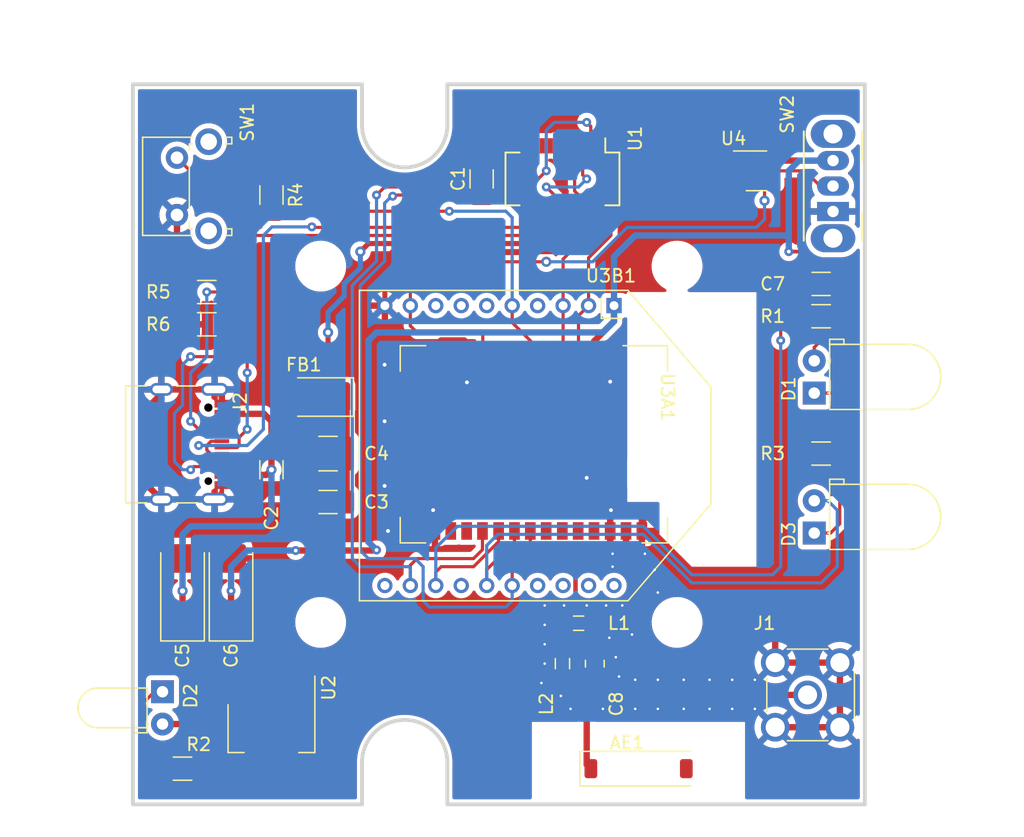
<source format=kicad_pcb>
(kicad_pcb (version 20211014) (generator pcbnew)
  (layers (0 "F.Cu" signal) (31 "B.Cu" signal) (34 "B.Paste" user) (35 "F.Paste" user) (36 "B.SilkS" user "B.Silkscreen") (37 "F.SilkS" user "F.Silkscreen") (38 "B.Mask" user) (39 "F.Mask" user) (44 "Edge.Cuts" user))
  (net 0 "")
  (net 1 "+5V")
  (net 2 "GND")
  (net 3 "VCOM")
  (net 4 "+3.3V")
  (net 5 "Net-(D2-Pad1)")
  (net 6 "Net-(D1-Pad1)")
  (net 7 "/USART_RTS")
  (net 8 "/USART_RXD")
  (net 10 "Net-(D3-Pad1)")
  (net 12 "/USART_CTS")
  (net 14 "/USB_DP")
  (net 15 "/USB_DM")
  (net 16 "Net-(C1-Pad1)")
  (net 21 "/USART_TXD")
  (net 22 "/ASSOCIATE")
  (net 23 "/~{SLEEP}")
  (net 24 "/~{RESET}")
  (net 25 "Net-(SW2-Pad2)")
  (net 26 "/USART_DTR")
  (net 31 "/SLEEP_RQ")
  (net 55 "Net-(J2-PadA5)")
  (net 57 "Net-(J2-PadB5)")
  (net 59 "Net-(AE1-Pad1)")
  (net 61 "Net-(U3A1-Pad33)")
  (footprint "Resistor_SMD:R_1206_3216Metric" (layer "F.Cu") (at 95.885 92.71 90)
    (fp_text reference "R4")
    (fp_text value "10K")
  )
  (footprint "INSA:XBEE-3-TH" (layer "F.Cu") (at 102.795 100.2 -90)
    (fp_text reference "U3B1")
    (fp_text value "XBEE-3-TH")
  )
  (footprint "Resistor_SMD:R_1206_3216Metric" (layer "F.Cu") (at 90.805 102.87)
    (fp_text reference "R6")
    (fp_text value "5.1K")
  )
  (footprint "Button_Switch_THT:SW_CuK_OS102011MA1QN1_SPDT_Angled" (layer "F.Cu") (at 140 94 90)
    (fp_text reference "SW2")
    (fp_text value "SW_SPDT")
  )
  (footprint "Capacitor_Tantalum_SMD:CP_EIA-6032-28_Kemet-C_Pad2.25x2.35mm_HandSolder" (layer "F.Cu") (at 92.71 123.825 90)
    (fp_text reference "C6")
    (fp_text value "10µF")
  )
  (footprint "Capacitor_SMD:C_1206_3216Metric" (layer "F.Cu") (at 112.395 91.44 90)
    (fp_text reference "C1")
    (fp_text value "100nF")
  )
  (footprint "LED_THT:LED_D3.0mm_Horizontal_O1.27mm_Z6.0mm" (layer "F.Cu") (at 87.325 131.75 -90)
    (fp_text reference "D2")
    (fp_text value "LED")
  )
  (footprint "LED_THT:LED_D5.0mm_Horizontal_O1.27mm_Z3.0mm" (layer "F.Cu") (at 138.525 108.275 90)
    (fp_text reference "D1")
    (fp_text value "LED")
  )
  (footprint "Capacitor_SMD:C_1206_3216Metric" (layer "F.Cu") (at 139.065 99.695)
    (fp_text reference "C7")
    (fp_text value "100nF")
  )
  (footprint "INSA:Johanson_2600AT44A0600E" (layer "F.Cu") (at 123.825 137.795)
    (fp_text reference "AE1")
    (fp_text value "2600AT44A0600E ")
  )
  (footprint "Capacitor_SMD:C_1206_3216Metric" (layer "F.Cu") (at 100.33 116.84 180)
    (fp_text reference "C3")
    (fp_text value "100nF")
  )
  (footprint "Inductor_SMD:L_0805_2012Metric" (layer "F.Cu") (at 120.015 126.365)
    (fp_text reference "L1")
    (fp_text value "2.7nH")
  )
  (footprint "Resistor_SMD:R_1206_3216Metric" (layer "F.Cu") (at 139.065 102.235)
    (fp_text reference "R1")
    (fp_text value "1K")
  )
  (footprint "Package_TO_SOT_SMD:SOT-223-3_TabPin2" (layer "F.Cu") (at 95.885 134.62 -90)
    (fp_text reference "U2")
    (fp_text value "NCP1117-3.3_SOT223")
  )
  (footprint "INSA:USB_C_Receptacle_GCT_USB4105" (layer "F.Cu") (at 91.4275 112.305 -90)
    (fp_text reference "J2")
    (fp_text value "USB_C_Receptacle_USB2.0")
  )
  (footprint "Button_Switch_THT:SW_Tactile_SPST_Angled_PTS645Vx83-2LFS" (layer "F.Cu") (at 88.4625 94.275 90)
    (fp_text reference "SW1")
    (fp_text value "SW_Push")
  )
  (footprint "Capacitor_Tantalum_SMD:CP_EIA-6032-28_Kemet-C_Pad2.25x2.35mm_HandSolder" (layer "F.Cu") (at 88.9 123.825 90)
    (fp_text reference "C5")
    (fp_text value "10µF")
  )
  (footprint "Connector_Coaxial:SMA_Molex_73251-2200_Horizontal" (layer "F.Cu") (at 138 132 -90)
    (fp_text reference "J1")
    (fp_text value "Conn_Coaxial")
  )
  (footprint "Resistor_SMD:R_1210_3225Metric" (layer "F.Cu") (at 100.33 113.03)
    (fp_text reference "FB1")
    (fp_text value "MI1210K600R-10")
  )
  (footprint "Package_TO_SOT_SMD:SOT-23-5" (layer "F.Cu") (at 133.985 90.805)
    (fp_text reference "U4")
    (fp_text value "74AHC1G08")
  )
  (footprint "Resistor_SMD:R_1206_3216Metric" (layer "F.Cu") (at 90.805 100.33)
    (fp_text reference "R5")
    (fp_text value "5.1K")
  )
  (footprint "Resistor_SMD:R_1206_3216Metric" (layer "F.Cu") (at 88.9 137.795 180)
    (fp_text reference "R2")
    (fp_text value "1K")
  )
  (footprint "Capacitor_SMD:C_1206_3216Metric" (layer "F.Cu") (at 95.885 114.3 -90)
    (fp_text reference "C2")
    (fp_text value "10nF")
  )
  (footprint "Package_SO:SSOP-20_3.9x8.7mm_P0.635mm" (layer "F.Cu") (at 118.745 91.44 -90)
    (fp_text reference "U1")
    (fp_text value "FT231XS")
  )
  (footprint "Capacitor_Tantalum_SMD:CP_EIA-3528-21_Kemet-B_Pad1.50x2.35mm_HandSolder" (layer "F.Cu") (at 99.695 108.585 180)
    (fp_text reference "C4")
    (fp_text value "2.2µF")
  )
  (footprint "INSA:XBRR-24Z8RM-J" (layer "F.Cu") (at 107 105.55 -90)
    (fp_text reference "U3A1")
    (fp_text value "XBee_RR_MMT")
  )
  (footprint "LED_THT:LED_D5.0mm_Horizontal_O1.27mm_Z3.0mm" (layer "F.Cu") (at 138.525 119.275 90)
    (fp_text reference "D3")
    (fp_text value "LED")
  )
  (footprint "Resistor_SMD:R_1206_3216Metric" (layer "F.Cu") (at 139.065 113.03)
    (fp_text reference "R3")
    (fp_text value "1K")
  )
  (footprint "Inductor_SMD:L_0805_2012Metric" (layer "F.Cu") (at 118.745 129.54 -90)
    (fp_text reference "L2")
    (fp_text value "2.7nH")
  )
  (footprint "Capacitor_SMD:C_0805_2012Metric" (layer "F.Cu") (at 121.285 129.54 -90)
    (fp_text reference "C8")
    (fp_text value "1pf")
  )
  (gr_line (start 142.5 84) (end 109.7 84) (layer "Edge.Cuts") (width 0.3))
  (gr_line (start 85 84) (end 85 140.6) (layer "Edge.Cuts") (width 0.3))
  (gr_arc (start 109.7 87.3) (mid 106.35 90.535057) (end 103 87.3) (layer "Edge.Cuts") (width 0.3))
  (gr_line (start 109.7 84) (end 109.7 87.3) (layer "Edge.Cuts") (width 0.3))
  (gr_line (start 109.7 140.6) (end 142.5 140.6) (layer "Edge.Cuts") (width 0.3))
  (gr_arc (start 103 137.2) (mid 106.35 133.964943) (end 109.7 137.2) (layer "Edge.Cuts") (width 0.3))
  (gr_line (start 103 140.6) (end 103 137.2) (layer "Edge.Cuts") (width 0.3))
  (gr_line (start 142.5 140.6) (end 142.5 84) (layer "Edge.Cuts") (width 0.3))
  (gr_line (start 103 87.3) (end 103 84) (layer "Edge.Cuts") (width 0.3))
  (gr_line (start 109.7 137.2) (end 109.7 140.6) (layer "Edge.Cuts") (width 0.3))
  (gr_line (start 103 84) (end 85 84) (layer "Edge.Cuts") (width 0.3))
  (gr_line (start 85 140.6) (end 103 140.6) (layer "Edge.Cuts") (width 0.3))
  (via (at 127.75 98.3) (size 3.6) (drill 3.2) (layers "F.Cu" "B.Cu") (remove_unused_layers) (net 0))
  (via (at 99.75 126.3) (size 3.6) (drill 3.2) (layers "F.Cu" "B.Cu") (remove_unused_layers) (net 0))
  (via (at 127.75 126.3) (size 3.6) (drill 3.2) (layers "F.Cu" "B.Cu") (remove_unused_layers) (net 0))
  (via (at 99.75 98.3) (size 3.6) (drill 3.2) (layers "F.Cu" "B.Cu") (remove_unused_layers) (net 0))
  (segment (start 118.4275 94.04) (end 118.4275 93.0275) (width 0.25) (layer "F.Cu") (net 1))
  (segment (start 100.33 103.505) (end 100.33 107.595) (width 0.4) (layer "F.Cu") (net 1))
  (segment (start 120.3325 91.1225) (end 120.65 91.44) (width 0.25) (layer "F.Cu") (net 1))
  (segment (start 100.33 107.595) (end 101.32 108.585) (width 0.4) (layer "F.Cu") (net 1))
  (segment (start 118.4275 95.5675) (end 118.4275 94.04) (width 0.4) (layer "F.Cu") (net 1))
  (segment (start 117.475 96.52) (end 118.4275 95.5675) (width 0.4) (layer "F.Cu") (net 1))
  (segment (start 101.7925 116.8275) (end 101.805 116.84) (width 0.5) (layer "F.Cu") (net 1))
  (segment (start 101.7925 109.0575) (end 101.32 108.585) (width 0.5) (layer "F.Cu") (net 1))
  (segment (start 101.7925 113.03) (end 101.7925 109.0575) (width 0.5) (layer "F.Cu") (net 1))
  (segment (start 102.87 97.155) (end 103.505 96.52) (width 0.4) (layer "F.Cu") (net 1))
  (segment (start 103.505 96.52) (end 117.475 96.52) (width 0.4) (layer "F.Cu") (net 1))
  (segment (start 120.3325 88.84) (end 120.3325 91.1225) (width 0.25) (layer "F.Cu") (net 1))
  (segment (start 101.7925 113.03) (end 101.7925 116.8275) (width 0.5) (layer "F.Cu") (net 1))
  (segment (start 118.4275 93.0275) (end 117.475 92.075) (width 0.25) (layer "F.Cu") (net 1))
  (via (at 100.33 103.505) (size 0.8) (drill 0.4) (layers "F.Cu" "B.Cu") (net 1))
  (via (at 120.65 91.44) (size 0.7) (drill 0.3) (layers "F.Cu" "B.Cu") (net 1))
  (via (at 102.87 97.155) (size 0.8) (drill 0.4) (layers "F.Cu" "B.Cu") (net 1))
  (via (at 117.475 92.075) (size 0.7) (drill 0.3) (layers "F.Cu" "B.Cu") (net 1))
  (segment (start 117.475 92.075) (end 120.015 92.075) (width 0.25) (layer "B.Cu") (net 1))
  (segment (start 102.87 98.425) (end 102.87 97.155) (width 0.4) (layer "B.Cu") (net 1))
  (segment (start 120.015 92.075) (end 120.65 91.44) (width 0.25) (layer "B.Cu") (net 1))
  (segment (start 101.6 100.6475) (end 101.6 99.695) (width 0.4) (layer "B.Cu") (net 1))
  (segment (start 100.33 101.9175) (end 101.6 100.6475) (width 0.4) (layer "B.Cu") (net 1))
  (segment (start 100.33 103.505) (end 100.33 101.9175) (width 0.4) (layer "B.Cu") (net 1))
  (segment (start 101.6 99.695) (end 102.87 98.425) (width 0.4) (layer "B.Cu") (net 1))
  (segment (start 135.255 113.03) (end 135.46 113.235) (width 0.5) (layer "F.Cu") (net 2))
  (segment (start 97.47 107.985) (end 98.07 108.585) (width 0.5) (layer "F.Cu") (net 2))
  (segment (start 118.9525 126.365) (end 119.77 125.5475) (width 0.35) (layer "F.Cu") (net 2))
  (segment (start 125.095 117.475) (end 125.095 119.1136) (width 0.5) (layer "F.Cu") (net 2))
  (segment (start 125.095 119.1136) (end 124.9832 119.1136) (width 0.5) (layer "F.Cu") (net 2))
  (segment (start 120.65 116.205) (end 121.92 117.475) (width 0.5) (layer "F.Cu") (net 2))
  (segment (start 111.2418 107.4318) (end 111.821 108.011) (width 0.5) (layer "F.Cu") (net 2))
  (segment (start 87.2375 105.8025) (end 87.2375 107.985) (width 0.5) (layer "F.Cu") (net 2))
  (segment (start 135.255 99.695) (end 137.59 99.695) (width 0.5) (layer "F.Cu") (net 2))
  (segment (start 122.494 105.55) (end 122.494 107.376) (width 0.5) (layer "F.Cu") (net 2))
  (segment (start 91.4075 116.635) (end 91.4175 116.625) (width 0.35) (layer "F.Cu") (net 2))
  (segment (start 97.79 115.775) (end 98.855 116.84) (width 0.5) (layer "F.Cu") (net 2))
  (segment (start 140.54 134.54) (end 135.46 134.54) (width 0.5) (layer "F.Cu") (net 2))
  (segment (start 89.3425 103.6975) (end 87.2375 105.8025) (width 0.5) (layer "F.Cu") (net 2))
  (segment (start 87.2375 116.635) (end 91.4075 116.635) (width 0.35) (layer "F.Cu") (net 2))
  (segment (start 91.9875 108.555) (end 91.4175 107.985) (width 0.35) (layer "F.Cu") (net 2))
  (segment (start 104.795 97.77) (end 104.795 101.4) (width 0.4) (layer "F.Cu") (net 2))
  (segment (start 122.494 119.1136) (end 122.494 117.475) (width 0.5) (layer "F.Cu") (net 2))
  (segment (start 87.2375 107.985) (end 91.4175 107.985) (width 0.35) (layer "F.Cu") (net 2))
  (segment (start 140 94) (end 135.235 94) (width 0.5) (layer "F.Cu") (net 2))
  (segment (start 122.494 117.475) (end 122.555 117.475) (width 0.5) (layer "F.Cu") (net 2))
  (segment (start 87.2375 108.3425) (end 86.36 109.22) (width 0.5) (layer "F.Cu") (net 2))
  (segment (start 135.46 129.46) (end 125.1136 119.1136) (width 0.5) (layer "F.Cu") (net 2))
  (segment (start 98.07 103.225) (end 99.895 101.4) (width 0.5) (layer "F.Cu") (net 2))
  (segment (start 104.795 104.16) (end 106.185 105.55) (width 0.5) (layer "F.Cu") (net 2))
  (segment (start 89.3425 102.87) (end 89.3425 103.6975) (width 0.5) (layer "F.Cu") (net 2))
  (segment (start 118.9525 126.365) (end 118.9525 128.27) (width 0.5) (layer "F.Cu") (net 2))
  (segment (start 90.3625 137.795) (end 90.805 137.795) (width 0.5) (layer "F.Cu") (net 2))
  (segment (start 122.494 108.011) (end 122.494 111.064) (width 0.5) (layer "F.Cu") (net 2))
  (segment (start 135.235 94) (end 134.62 94.615) (width 0.5) (layer "F.Cu") (net 2))
  (segment (start 120.65 114.935) (end 120.65 116.205) (width 0.5) (layer "F.Cu") (net 2))
  (segment (start 112.395 89.965) (end 112.395 86.995) (width 0.4) (layer "F.Cu") (net 2))
  (segment (start 135.235 94) (end 134.005 94) (width 0.5) (layer "F.Cu") (net 2))
  (segment (start 118.4275 91.7575) (end 118.4275 88.84) (width 0.35) (layer "F.Cu") (net 2))
  (segment (start 135.46 113.235) (end 135.46 129.46) (width 0.5) (layer "F.Cu") (net 2))
  (segment (start 135.255 113.03) (end 134.62 112.395) (width 0.5) (layer "F.Cu") (net 2))
  (segment (start 91.9875 109.105) (end 91.9875 108.555) (width 0.35) (layer "F.Cu") (net 2))
  (segment (start 89.3425 100.33) (end 89.3425 102.87) (width 0.5) (layer "F.Cu") (net 2))
  (segment (start 111.821 108.011) (end 122.494 108.011) (width 0.5) (layer "F.Cu") (net 2))
  (segment (start 99.695 138.43) (end 99.695 132.98) (width 0.5) (layer "F.Cu") (net 2))
  (segment (start 122.555 119.1746) (end 122.494 119.1136) (width 0.35) (layer "F.Cu") (net 2))
  (segment (start 91.4175 121.2625) (end 91.44 121.285) (width 0.35) (layer "F.Cu") (net 2))
  (segment (start 88.4625 94.275) (end 88.4625 99.45) (width 0.5) (layer "F.Cu") (net 2))
  (segment (start 122.494 107.376) (end 122.494 108.011) (width 0.5) (layer "F.Cu") (net 2))
  (segment (start 99.695 132.98) (end 98.185 131.47) (width 0.5) (layer "F.Cu") (net 2))
  (segment (start 98.425 139.7) (end 99.695 138.43) (width 0.5) (layer "F.Cu") (net 2))
  (segment (start 134.62 99.1625) (end 135.1525 99.695) (width 0.5) (layer "F.Cu") (net 2))
  (segment (start 140.54 129.46) (end 140.54 134.54) (width 0.5) (layer "F.Cu") (net 2))
  (segment (start 132.8475 92.8425) (end 132.8475 91.755) (width 0.5) (layer "F.Cu") (net 2))
  (segment (start 119.77 125.5475) (end 119.77 122.8) (width 0.35) (layer "F.Cu") (net 2))
  (segment (start 94.605 121.275) (end 95.25 121.92) (width 0.5) (layer "F.Cu") (net 2))
  (segment (start 111.0218 104.14) (end 111.2418 104.36) (width 0.5) (layer "F.Cu") (net 2))
  (segment (start 106.185 105.55) (end 108.7526 105.55) (width 0.5) (layer "F.Cu") (net 2))
  (segment (start 91.9875 116.055) (end 91.4175 116.625) (width 0.35) (layer "F.Cu") (net 2))
  (segment (start 140.54 129.46) (end 135.46 129.46) (width 0.5) (layer "F.Cu") (net 2))
  (segment (start 119.0625 92.3925) (end 118.4275 91.7575) (width 0.35) (layer "F.Cu") (net 2))
  (segment (start 137.6025 113.03) (end 135.255 113.03) (width 0.5) (layer "F.Cu") (net 2))
  (segment (start 87.2375 107.985) (end 87.2375 108.3425) (width 0.5) (layer "F.Cu") (net 2))
  (segment (start 111.2418 104.36) (end 111.2418 105.55) (width 0.5) (layer "F.Cu") (net 2))
  (segment (start 105.41 97.155) (end 104.795 97.77) (width 0.4) (layer "F.Cu") (net 2))
  (segment (start 112.395 86.995) (end 113.03 86.36) (width 0.4) (layer "F.Cu") (net 2))
  (segment (start 122.494 111.064) (end 120.65 112.908) (width 0.5) (layer "F.Cu") (net 2))
  (segment (start 92.71 121.275) (end 94.605 121.275) (width 0.5) (layer "F.Cu") (net 2))
  (segment (start 88.4625 99.45) (end 89.3425 100.33) (width 0.5) (layer "F.Cu") (net 2))
  (segment (start 119.0625 94.04) (end 119.0625 96.2025) (width 0.4) (layer "F.Cu") (net 2))
  (segment (start 88.9 121.275) (end 92.71 121.275) (width 0.5) (layer "F.Cu") (net 2))
  (segment (start 95.25 125.73) (end 98.185 128.665) (width 0.5) (layer "F.Cu") (net 2))
  (segment (start 92.71 139.7) (end 98.425 139.7) (width 0.5) (layer "F.Cu") (net 2))
  (segment (start 95.25 121.92) (end 95.25 125.73) (width 0.5) (layer "F.Cu") (net 2))
  (segment (start 91.9875 115.505) (end 91.9875 116.055) (width 0.35) (layer "F.Cu") (net 2))
  (segment (start 91.4175 107.985) (end 97.47 107.985) (width 0.5) (layer "F.Cu") (net 2))
  (segment (start 108.7272 119.1136) (end 105.0414 119.1136) (width 0.5) (layer "F.Cu") (net 2))
  (segment (start 119.0625 96.2025) (end 118.11 97.155) (width 0.4) (layer "F.Cu") (net 2))
  (segment (start 98.07 108.585) (end 98.07 103.225) (width 0.5) (layer "F.Cu") (net 2))
  (segment (start 135.1525 99.695) (end 137.59 99.695) (width 0.5) (layer "F.Cu") (net 2))
  (segment (start 120.65 112.908) (end 120.65 114.935) (width 0.5) (layer "F.Cu") (net 2))
  (segment (start 98.185 128.665) (end 98.185 131.47) (width 0.5) (layer "F.Cu") (net 2))
  (segment (start 118.745 126.365) (end 118.9525 126.365) (width 0.5) (layer "F.Cu") (net 2))
  (segment (start 99.895 101.4) (end 104.795 101.4) (width 0.5) (layer "F.Cu") (net 2))
  (segment (start 125.1136 119.1136) (end 124.9832 119.1136) (width 0.5) (layer "F.Cu") (net 2))
  (segment (start 99.4286 119.1136) (end 98.855 118.54) (width 0.5) (layer "F.Cu") (net 2))
  (segment (start 119.77 122.8) (end 122.555 120.015) (width 0.35) (layer "F.Cu") (net 2))
  (segment (start 98.855 118.54) (end 98.855 116.84) (width 0.5) (layer "F.Cu") (net 2))
  (segment (start 134.005 94) (end 132.8475 92.8425) (width 0.5) (layer "F.Cu") (net 2))
  (segment (start 111.2418 105.55) (end 111.2418 107.4318) (width 0.5) (layer "F.Cu") (net 2))
  (segment (start 108.7526 105.55) (end 108.7526 104.6074) (width 0.5) (layer "F.Cu") (net 2))
  (segment (start 86.36 115.7575) (end 87.2375 116.635) (width 0.5) (layer "F.Cu") (net 2))
  (segment (start 105.0414 119.1136) (end 99.4286 119.1136) (width 0.5) (layer "F.Cu") (net 2))
  (segment (start 118.4275 86.6775) (end 118.4275 88.84) (width 0.35) (layer "F.Cu") (net 2))
  (segment (start 90.805 137.795) (end 92.71 139.7) (width 0.5) (layer "F.Cu") (net 2))
  (segment (start 122.555 117.475) (end 125.095 117.475) (width 0.5) (layer "F.Cu") (net 2))
  (segment (start 134.62 112.395) (end 134.62 100.33) (width 0.5) (layer "F.Cu") (net 2))
  (segment (start 86.36 109.22) (end 86.36 115.7575) (width 0.5) (layer "F.Cu") (net 2))
  (segment (start 119.0625 94.04) (end 119.0625 92.3925) (width 0.35) (layer "F.Cu") (net 2))
  (segment (start 108.7526 104.6074) (end 109.22 104.14) (width 0.5) (layer "F.Cu") (net 2))
  (segment (start 109.22 104.14) (end 111.0218 104.14) (width 0.5) (layer "F.Cu") (net 2))
  (segment (start 121.92 117.475) (end 122.494 117.475) (width 0.5) (layer "F.Cu") (net 2))
  (segment (start 122.555 120.015) (end 122.555 119.1746) (width 0.35) (layer "F.Cu") (net 2))
  (segment (start 134.62 94.615) (end 134.62 99.1625) (width 0.5) (layer "F.Cu") (net 2))
  (segment (start 118.11 86.36) (end 118.4275 86.6775) (width 0.35) (layer "F.Cu") (net 2))
  (segment (start 104.795 101.4) (end 104.795 104.16) (width 0.5) (layer "F.Cu") (net 2))
  (segment (start 113.03 86.36) (end 118.11 86.36) (width 0.4) (layer "F.Cu") (net 2))
  (segment (start 95.035 116.625) (end 91.4175 116.625) (width 0.5) (layer "F.Cu") (net 2))
  (segment (start 95.885 115.775) (end 95.035 116.625) (width 0.5) (layer "F.Cu") (net 2))
  (segment (start 118.9525 128.27) (end 118.745 128.4775) (width 0.5) (layer "F.Cu") (net 2))
  (segment (start 118.11 97.155) (end 105.41 97.155) (width 0.4) (layer "F.Cu") (net 2))
  (segment (start 95.885 115.775) (end 97.79 115.775) (width 0.5) (layer "F.Cu") (net 2))
  (segment (start 134.62 100.33) (end 135.255 99.695) (width 0.5) (layer "F.Cu") (net 2))
  (segment (start 91.4175 116.625) (end 91.4175 121.2625) (width 0.5) (layer "F.Cu") (net 2))
  (via (at 117.348 128.016) (size 0.6) (drill 0.2) (layers "F.Cu" "B.Cu") (net 2))
  (via (at 132.08 133.096) (size 0.6) (drill 0.2) (layers "F.Cu" "B.Cu") (net 2))
  (via (at 133.858 130.81) (size 0.6) (drill 0.2) (layers "F.Cu" "B.Cu") (net 2))
  (via (at 118.618 132.08) (size 0.6) (drill 0.2) (layers "F.Cu" "B.Cu") (net 2))
  (via (at 122.682 120.904) (size 0.6) (drill 0.2) (layers "F.Cu" "B.Cu") (net 2))
  (via (at 120.65 124.968) (size 0.6) (drill 0.2) (layers "F.Cu" "B.Cu") (net 2))
  (via (at 117.094 131.064) (size 0.6) (drill 0.2) (layers "F.Cu" "B.Cu") (net 2))
  (via (at 117.348 129.54) (size 0.6) (drill 0.2) (layers "F.Cu" "B.Cu") (net 2))
  (via (at 105.0414 119.1136) (size 0.7) (drill 0.3) (layers "F.Cu" "B.Cu") (net 2))
  (via (at 122.555 117.475) (size 0.7) (drill 0.3) (layers "F.Cu" "B.Cu") (net 2))
  (via (at 126.238 123.952) (size 0.6) (drill 0.2) (layers "F.Cu" "B.Cu") (net 2))
  (via (at 104.775 106.045) (size 0.7) (drill 0.3) (layers "F.Cu" "B.Cu") (net 2))
  (via (at 104.775 115.57) (size 0.7) (drill 0.3) (layers "F.Cu" "B.Cu") (net 2))
  (via (at 108.585 117.475) (size 0.7) (drill 0.3) (layers "F.Cu" "B.Cu") (net 2))
  (via (at 121.92 133.096) (size 0.6) (drill 0.2) (layers "F.Cu" "B.Cu") (net 2))
  (via (at 130.302 133.096) (size 0.6) (drill 0.2) (layers "F.Cu" "B.Cu") (net 2))
  (via (at 125.222 120.904) (size 0.6) (drill 0.2) (layers "F.Cu" "B.Cu") (net 2))
  (via (at 122.494 107.376) (size 0.7) (drill 0.3) (layers "F.Cu" "B.Cu") (net 2))
  (via (at 133.858 133.096) (size 0.6) (drill 0.2) (layers "F.Cu" "B.Cu") (net 2))
  (via (at 126.238 130.81) (size 0.6) (drill 0.2) (layers "F.Cu" "B.Cu") (net 2))
  (via (at 128.27 130.81) (size 0.6) (drill 0.2) (layers "F.Cu" "B.Cu") (net 2))
  (via (at 132.08 130.81) (size 0.6) (drill 0.2) (layers "F.Cu" "B.Cu") (net 2))
  (via (at 123.444 124.968) (size 0.6) (drill 0.2) (layers "F.Cu" "B.Cu") (net 2))
  (via (at 118.872 124.968) (size 0.6) (drill 0.2) (layers "F.Cu" "B.Cu") (net 2))
  (via (at 117.348 126.492) (size 0.6) (drill 0.2) (layers "F.Cu" "B.Cu") (net 2))
  (via (at 120.65 114.935) (size 0.7) (drill 0.3) (layers "F.Cu" "B.Cu") (net 2))
  (via (at 111.2418 107.4318) (size 0.7) (drill 0.3) (layers "F.Cu" "B.Cu") (net 2))
  (via (at 123.19 130.556) (size 0.6) (drill 0.2) (layers "F.Cu" "B.Cu") (net 2))
  (via (at 128.27 133.096) (size 0.6) (drill 0.2) (layers "F.Cu" "B.Cu") (net 2))
  (via (at 122.936 129.032) (size 0.6) (drill 0.2) (layers "F.Cu" "B.Cu") (net 2))
  (via (at 130.302 130.81) (size 0.6) (drill 0.2) (layers "F.Cu" "B.Cu") (net 2))
  (via (at 122.174 124.968) (size 0.6) (drill 0.2) (layers "F.Cu" "B.Cu") (net 2))
  (via (at 124.46 133.096) (size 0.6) (drill 0.2) (layers "F.Cu" "B.Cu") (net 2))
  (via (at 122.682 121.92) (size 0.6) (drill 0.2) (layers "F.Cu" "B.Cu") (net 2))
  (via (at 126.238 133.096) (size 0.6) (drill 0.2) (layers "F.Cu" "B.Cu") (net 2))
  (via (at 124.46 130.81) (size 0.6) (drill 0.2) (layers "F.Cu" "B.Cu") (net 2))
  (via (at 104.775 110.49) (size 0.7) (drill 0.3) (layers "F.Cu" "B.Cu") (net 2))
  (via (at 117.348 124.968) (size 0.6) (drill 0.2) (layers "F.Cu" "B.Cu") (net 2))
  (via (at 124.206 127.254) (size 0.6) (drill 0.2) (layers "F.Cu" "B.Cu") (net 2))
  (via (at 119.38 133.096) (size 0.6) (drill 0.2) (layers "F.Cu" "B.Cu") (net 2))
  (via (at 125.984 122.174) (size 0.6) (drill 0.2) (layers "F.Cu" "B.Cu") (net 2))
  (via (at 122.428 127.508) (size 0.6) (drill 0.2) (layers "F.Cu" "B.Cu") (net 2))
  (segment (start 91.9875 109.905) (end 95.3 109.905) (width 0.5) (layer "F.Cu") (net 3))
  (segment (start 91.9875 114.705) (end 95.48 114.705) (width 0.5) (layer "F.Cu") (net 3))
  (segment (start 98.6625 112.825) (end 98.8675 113.03) (width 0.5) (layer "F.Cu") (net 3))
  (segment (start 88.9 129.54) (end 90.83 131.47) (width 0.5) (layer "F.Cu") (net 3))
  (segment (start 88.9 126.375) (end 88.9 123.825) (width 0.5) (layer "F.Cu") (net 3))
  (segment (start 95.885 112.825) (end 98.6625 112.825) (width 0.5) (layer "F.Cu") (net 3))
  (segment (start 95.48 114.705) (end 95.885 114.3) (width 0.5) (layer "F.Cu") (net 3))
  (segment (start 95.3 109.905) (end 95.885 110.49) (width 0.5) (layer "F.Cu") (net 3))
  (segment (start 95.885 110.49) (end 95.885 112.825) (width 0.5) (layer "F.Cu") (net 3))
  (segment (start 95.885 114.3) (end 95.885 112.825) (width 0.5) (layer "F.Cu") (net 3))
  (segment (start 88.9 126.375) (end 88.9 129.54) (width 0.5) (layer "F.Cu") (net 3))
  (segment (start 90.83 131.47) (end 93.585 131.47) (width 0.5) (layer "F.Cu") (net 3))
  (via (at 95.885 114.3) (size 0.8) (drill 0.4) (layers "F.Cu" "B.Cu") (net 3))
  (via (at 88.9 123.825) (size 0.8) (drill 0.4) (layers "F.Cu" "B.Cu") (net 3))
  (segment (start 95.25 118.745) (end 95.885 118.11) (width 0.5) (layer "B.Cu") (net 3))
  (segment (start 88.9 119.38) (end 89.535 118.745) (width 0.5) (layer "B.Cu") (net 3))
  (segment (start 88.9 123.825) (end 88.9 119.38) (width 0.5) (layer "B.Cu") (net 3))
  (segment (start 95.885 118.11) (end 95.885 114.3) (width 0.5) (layer "B.Cu") (net 3))
  (segment (start 89.535 118.745) (end 95.25 118.745) (width 0.5) (layer "B.Cu") (net 3))
  (segment (start 139.7 99.695) (end 140.54 99.695) (width 0.25) (layer "F.Cu") (net 4))
  (segment (start 121.2494 105.55) (end 121.2494 104.1756) (width 0.5) (layer "F.Cu") (net 4))
  (segment (start 95.58 134.29) (end 95.885 133.985) (width 0.5) (layer "F.Cu") (net 4))
  (segment (start 95.885 127.635) (end 95.885 131.47) (width 0.5) (layer "F.Cu") (net 4))
  (segment (start 139.065 99.06) (end 139.065 98.425) (width 0.3) (layer "F.Cu") (net 4))
  (segment (start 111.775 85.71) (end 133.97 85.71) (width 0.5) (layer "F.Cu") (net 4))
  (segment (start 122.795 102.63) (end 122.795 101.4) (width 0.5) (layer "F.Cu") (net 4))
  (segment (start 139.7 99.695) (end 139.065 99.06) (width 0.3) (layer "F.Cu") (net 4))
  (segment (start 92.71 126.375) (end 94.625 126.375) (width 0.5) (layer "F.Cu") (net 4))
  (segment (start 95.885 137.77) (end 95.885 134.595) (width 0.5) (layer "F.Cu") (net 4))
  (segment (start 104.1005 120.65) (end 97.79 120.65) (width 0.5) (layer "F.Cu") (net 4))
  (segment (start 135.2675 90) (end 135.1225 89.855) (width 0.5) (layer "F.Cu") (net 4))
  (segment (start 87.325 134.29) (end 95.58 134.29) (width 0.5) (layer "F.Cu") (net 4))
  (segment (start 95.885 133.985) (end 95.885 131.47) (width 0.5) (layer "F.Cu") (net 4))
  (segment (start 139.065 98.425) (end 137.795 97.155) (width 0.3) (layer "F.Cu") (net 4))
  (segment (start 108.7775 91.2475) (end 110.49 89.535) (width 0.5) (layer "F.Cu") (net 4))
  (segment (start 95.885 91.2475) (end 108.7775 91.2475) (width 0.5) (layer "F.Cu") (net 4))
  (segment (start 94.625 126.375) (end 95.885 127.635) (width 0.5) (layer "F.Cu") (net 4))
  (segment (start 139.065 100.33) (end 139.7 99.695) (width 0.25) (layer "F.Cu") (net 4))
  (segment (start 92.71 123.825) (end 92.71 126.375) (width 0.5) (layer "F.Cu") (net 4))
  (segment (start 135.1225 86.8625) (end 135.1225 89.855) (width 0.5) (layer "F.Cu") (net 4))
  (segment (start 110.49 89.535) (end 110.49 86.995) (width 0.5) (layer "F.Cu") (net 4))
  (segment (start 139.065 104.14) (end 139.065 100.33) (width 0.25) (layer "F.Cu") (net 4))
  (segment (start 138.525 104.68) (end 139.065 104.14) (width 0.25) (layer "F.Cu") (net 4))
  (segment (start 137.795 97.155) (end 136.525 97.155) (width 0.3) (layer "F.Cu") (net 4))
  (segment (start 121.2494 104.1756) (end 122.795 102.63) (width 0.5) (layer "F.Cu") (net 4))
  (segment (start 95.885 134.595) (end 95.58 134.29) (width 0.5) (layer "F.Cu") (net 4))
  (segment (start 104.14 120.6105) (end 104.1005 120.65) (width 0.5) (layer "F.Cu") (net 4))
  (segment (start 140 90) (end 135.2675 90) (width 0.5) (layer "F.Cu") (net 4))
  (segment (start 133.97 85.71) (end 135.1225 86.8625) (width 0.5) (layer "F.Cu") (net 4))
  (segment (start 138.525 105.735) (end 138.525 104.68) (width 0.25) (layer "F.Cu") (net 4))
  (segment (start 110.49 86.995) (end 111.775 85.71) (width 0.5) (layer "F.Cu") (net 4))
  (via (at 136.525 97.155) (size 0.7) (drill 0.3) (layers "F.Cu" "B.Cu") (net 4))
  (via (at 97.79 120.65) (size 0.7) (drill 0.3) (layers "F.Cu" "B.Cu") (net 4))
  (via (at 92.71 123.825) (size 0.7) (drill 0.3) (layers "F.Cu" "B.Cu") (net 4))
  (via (at 104.14 120.6105) (size 0.7) (drill 0.3) (layers "F.Cu" "B.Cu") (net 4))
  (segment (start 103.505 104.14) (end 103.505 119.9755) (width 0.5) (layer "B.Cu") (net 4))
  (segment (start 122.795 101.4) (end 122.795 102.63) (width 0.5) (layer "B.Cu") (net 4))
  (segment (start 104.14 103.505) (end 103.505 104.14) (width 0.5) (layer "B.Cu") (net 4))
  (segment (start 136.525 97.155) (end 136.525 90.805) (width 0.5) (layer "B.Cu") (net 4))
  (segment (start 121.92 103.505) (end 104.775 103.505) (width 0.5) (layer "B.Cu") (net 4))
  (segment (start 92.71 121.92) (end 92.71 123.825) (width 0.5) (layer "B.Cu") (net 4))
  (segment (start 97.79 120.65) (end 93.98 120.65) (width 0.5) (layer "B.Cu") (net 4))
  (segment (start 122.795 101.4) (end 122.795 97.55) (width 0.5) (layer "B.Cu") (net 4))
  (segment (start 136.525 90.805) (end 137.33 90) (width 0.5) (layer "B.Cu") (net 4))
  (segment (start 104.775 103.505) (end 104.14 103.505) (width 0.5) (layer "B.Cu") (net 4))
  (segment (start 124.46 95.885) (end 136.525 95.885) (width 0.5) (layer "B.Cu") (net 4))
  (segment (start 122.795 102.63) (end 121.92 103.505) (width 0.5) (layer "B.Cu") (net 4))
  (segment (start 103.505 119.9755) (end 104.14 120.6105) (width 0.5) (layer "B.Cu") (net 4))
  (segment (start 122.795 97.55) (end 124.46 95.885) (width 0.5) (layer "B.Cu") (net 4))
  (segment (start 93.98 120.65) (end 92.71 121.92) (width 0.5) (layer "B.Cu") (net 4))
  (segment (start 137.33 90) (end 140 90) (width 0.5) (layer "B.Cu") (net 4))
  (segment (start 87.4375 137.795) (end 86.36 137.795) (width 0.25) (layer "F.Cu") (net 5))
  (segment (start 86.36 137.795) (end 85.725 137.16) (width 0.25) (layer "F.Cu") (net 5))
  (segment (start 85.725 137.16) (end 85.725 132.715) (width 0.25) (layer "F.Cu") (net 5))
  (segment (start 86.69 131.75) (end 87.325 131.75) (width 0.25) (layer "F.Cu") (net 5))
  (segment (start 85.725 132.715) (end 86.69 131.75) (width 0.25) (layer "F.Cu") (net 5))
  (segment (start 140.01 108.275) (end 138.525 108.275) (width 0.25) (layer "F.Cu") (net 6))
  (segment (start 140.5275 102.235) (end 140.5275 107.7575) (width 0.25) (layer "F.Cu") (net 6))
  (segment (start 140.5275 107.7575) (end 140.01 108.275) (width 0.25) (layer "F.Cu") (net 6))
  (segment (start 109.855 92.71) (end 110.617 91.948) (width 0.25) (layer "F.Cu") (net 7))
  (segment (start 120.65 86.995) (end 120.9675 87.3125) (width 0.25) (layer "F.Cu") (net 7))
  (segment (start 114.795 123.4) (end 114.795 122.06) (width 0.25) (layer "F.Cu") (net 7))
  (segment (start 114.795 122.06) (end 116.2202 120.6348) (width 0.25) (layer "F.Cu") (net 7))
  (segment (start 116.2202 120.6348) (end 116.2202 119.1136) (width 0.25) (layer "F.Cu") (net 7))
  (segment (start 120.9675 87.3125) (end 120.9675 88.84) (width 0.25) (layer "F.Cu") (net 7))
  (segment (start 105.4995 92.71) (end 109.855 92.71) (width 0.25) (layer "F.Cu") (net 7))
  (segment (start 105.41 92.7995) (end 105.4995 92.71) (width 0.25) (layer "F.Cu") (net 7))
  (segment (start 110.617 91.948) (end 116.332 91.948) (width 0.25) (layer "F.Cu") (net 7))
  (segment (start 116.332 91.948) (end 117.475 90.805) (width 0.25) (layer "F.Cu") (net 7))
  (via (at 120.65 86.995) (size 0.7) (drill 0.3) (layers "F.Cu" "B.Cu") (net 7))
  (via (at 117.475 90.805) (size 0.7) (drill 0.3) (layers "F.Cu" "B.Cu") (net 7))
  (via (at 105.41 92.7995) (size 0.7) (drill 0.3) (layers "F.Cu" "B.Cu") (net 7))
  (segment (start 107.8 124.604) (end 107.8 121.92) (width 0.25) (layer "B.Cu") (net 7))
  (segment (start 114.3 125.095) (end 108.291 125.095) (width 0.25) (layer "B.Cu") (net 7))
  (segment (start 103.505 121.285) (end 102.87 120.65) (width 0.25) (layer "B.Cu") (net 7))
  (segment (start 117.475 90.805) (end 117.475 87.63) (width 0.25) (layer "B.Cu") (net 7))
  (segment (start 108.291 125.095) (end 107.8 124.604) (width 0.25) (layer "B.Cu") (net 7))
  (segment (start 114.795 123.4) (end 114.795 124.6) (width 0.25) (layer "B.Cu") (net 7))
  (segment (start 114.795 124.6) (end 114.3 125.095) (width 0.25) (layer "B.Cu") (net 7))
  (segment (start 104.775 97.898858) (end 104.775 93.345) (width 0.25) (layer "B.Cu") (net 7))
  (segment (start 107.165 121.285) (end 103.505 121.285) (width 0.25) (layer "B.Cu") (net 7))
  (segment (start 107.8 121.92) (end 107.165 121.285) (width 0.25) (layer "B.Cu") (net 7))
  (segment (start 102.87 120.65) (end 102.87 99.803858) (width 0.25) (layer "B.Cu") (net 7))
  (segment (start 118.11 86.995) (end 120.65 86.995) (width 0.25) (layer "B.Cu") (net 7))
  (segment (start 104.775 93.345) (end 105.3205 92.7995) (width 0.25) (layer "B.Cu") (net 7))
  (segment (start 117.475 87.63) (end 118.11 86.995) (width 0.25) (layer "B.Cu") (net 7))
  (segment (start 105.3205 92.7995) (end 105.41 92.7995) (width 0.25) (layer "B.Cu") (net 7))
  (segment (start 102.87 99.803858) (end 104.775 97.898858) (width 0.25) (layer "B.Cu") (net 7))
  (segment (start 122.555 95.886396) (end 120.795 97.646396) (width 0.25) (layer "F.Cu") (net 8))
  (segment (start 120.795 101.4) (end 120.0048 102.1902) (width 0.25) (layer "F.Cu") (net 8))
  (segment (start 119.6975 92.3925) (end 120.015 92.71) (width 0.25) (layer "F.Cu") (net 8))
  (segment (start 122.555 92.71) (end 122.555 95.886396) (width 0.25) (layer "F.Cu") (net 8))
  (segment (start 120.0048 102.1902) (end 120.0048 105.55) (width 0.25) (layer "F.Cu") (net 8))
  (segment (start 120.795 97.646396) (end 120.795 101.4) (width 0.25) (layer "F.Cu") (net 8))
  (segment (start 119.6975 88.84) (end 119.6975 92.3925) (width 0.25) (layer "F.Cu") (net 8))
  (segment (start 120.015 92.71) (end 122.555 92.71) (width 0.25) (layer "F.Cu") (net 8))
  (segment (start 140.5275 118.5525) (end 139.805 119.275) (width 0.25) (layer "F.Cu") (net 10))
  (segment (start 139.805 119.275) (end 138.525 119.275) (width 0.25) (layer "F.Cu") (net 10))
  (segment (start 140.5275 113.03) (end 140.5275 118.5525) (width 0.25) (layer "F.Cu") (net 10))
  (segment (start 107.315 121.285) (end 111.76 121.285) (width 0.25) (layer "F.Cu") (net 12))
  (segment (start 112.461 120.584) (end 112.461 119.1136) (width 0.25) (layer "F.Cu") (net 12))
  (segment (start 106.795 121.805) (end 107.315 121.285) (width 0.25) (layer "F.Cu") (net 12))
  (segment (start 110.363 90.932) (end 116.0145 90.932) (width 0.25) (layer "F.Cu") (net 12))
  (segment (start 104.775 92.075) (end 109.22 92.075) (width 0.25) (layer "F.Cu") (net 12))
  (segment (start 111.76 121.285) (end 112.461 120.584) (width 0.25) (layer "F.Cu") (net 12))
  (segment (start 116.0145 90.932) (end 116.5225 90.424) (width 0.25) (layer "F.Cu") (net 12))
  (segment (start 106.795 123.4) (end 106.795 121.805) (width 0.25) (layer "F.Cu") (net 12))
  (segment (start 116.5225 90.424) (end 116.5225 88.84) (width 0.25) (layer "F.Cu") (net 12))
  (segment (start 104.14 92.71) (end 104.775 92.075) (width 0.25) (layer "F.Cu") (net 12))
  (segment (start 109.22 92.075) (end 110.363 90.932) (width 0.25) (layer "F.Cu") (net 12))
  (via (at 104.14 92.71) (size 0.7) (drill 0.3) (layers "F.Cu" "B.Cu") (net 12))
  (segment (start 102.87 121.92) (end 102.235 121.285) (width 0.25) (layer "B.Cu") (net 12))
  (segment (start 102.235 121.285) (end 102.235 99.802462) (width 0.25) (layer "B.Cu") (net 12))
  (segment (start 102.235 99.802462) (end 104.14 97.897462) (width 0.25) (layer "B.Cu") (net 12))
  (segment (start 104.14 97.897462) (end 104.14 92.71) (width 0.25) (layer "B.Cu") (net 12))
  (segment (start 106.68 121.92) (end 102.87 121.92) (width 0.25) (layer "B.Cu") (net 12))
  (segment (start 106.795 123.4) (end 106.795 122.035) (width 0.25) (layer "B.Cu") (net 12))
  (segment (start 106.795 122.035) (end 106.68 121.92) (width 0.25) (layer "B.Cu") (net 12))
  (segment (start 91.9875 112.055) (end 91.145 112.055) (width 0.25) (layer "F.Cu") (net 14))
  (segment (start 90.805 112.7475) (end 91.1125 113.055) (width 0.25) (layer "F.Cu") (net 14))
  (segment (start 115.57 95.25) (end 115.8875 94.9325) (width 0.25) (layer "F.Cu") (net 14))
  (segment (start 99.0995 95.25) (end 115.57 95.25) (width 0.25) (layer "F.Cu") (net 14))
  (segment (start 90.805 112.395) (end 90.17 112.395) (width 0.25) (layer "F.Cu") (net 14))
  (segment (start 115.8875 94.9325) (end 115.8875 94.04) (width 0.25) (layer "F.Cu") (net 14))
  (segment (start 91.145 112.055) (end 90.805 112.395) (width 0.25) (layer "F.Cu") (net 14))
  (segment (start 91.1125 113.055) (end 91.9875 113.055) (width 0.25) (layer "F.Cu") (net 14))
  (segment (start 99.06 95.2105) (end 99.0995 95.25) (width 0.25) (layer "F.Cu") (net 14))
  (segment (start 90.805 112.395) (end 90.805 112.7475) (width 0.25) (layer "F.Cu") (net 14))
  (via (at 90.17 112.395) (size 0.7) (drill 0.3) (layers "F.Cu" "B.Cu") (net 14))
  (via (at 99.06 95.2105) (size 0.7) (drill 0.3) (layers "F.Cu" "B.Cu") (net 14))
  (segment (start 99.06 95.2105) (end 95.9245 95.2105) (width 0.25) (layer "B.Cu") (net 14))
  (segment (start 95.25 111.125) (end 93.98 112.395) (width 0.25) (layer "B.Cu") (net 14))
  (segment (start 95.25 95.885) (end 95.25 111.125) (width 0.25) (layer "B.Cu") (net 14))
  (segment (start 93.98 112.395) (end 90.17 112.395) (width 0.25) (layer "B.Cu") (net 14))
  (segment (start 95.9245 95.2105) (end 95.25 95.885) (width 0.25) (layer "B.Cu") (net 14))
  (segment (start 93.14 111.555) (end 91.9875 111.555) (width 0.25) (layer "F.Cu") (net 15))
  (segment (start 116.205 95.885) (end 116.5225 95.5675) (width 0.25) (layer "F.Cu") (net 15))
  (segment (start 93.185 112.555) (end 93.345 112.395) (width 0.25) (layer "F.Cu") (net 15))
  (segment (start 93.98 96.52) (end 94.615 95.885) (width 0.25) (layer "F.Cu") (net 15))
  (segment (start 94.615 95.885) (end 116.205 95.885) (width 0.25) (layer "F.Cu") (net 15))
  (segment (start 116.5225 95.5675) (end 116.5225 94.04) (width 0.25) (layer "F.Cu") (net 15))
  (segment (start 93.345 111.76) (end 93.98 111.125) (width 0.25) (layer "F.Cu") (net 15))
  (segment (start 93.98 106.68) (end 93.98 96.52) (width 0.25) (layer "F.Cu") (net 15))
  (segment (start 93.345 112.395) (end 93.345 111.76) (width 0.25) (layer "F.Cu") (net 15))
  (segment (start 93.345 111.76) (end 93.14 111.555) (width 0.25) (layer "F.Cu") (net 15))
  (segment (start 91.9875 112.555) (end 93.185 112.555) (width 0.25) (layer "F.Cu") (net 15))
  (via (at 93.98 106.68) (size 0.7) (drill 0.3) (layers "F.Cu" "B.Cu") (net 15))
  (via (at 93.98 111.125) (size 0.7) (drill 0.3) (layers "F.Cu" "B.Cu") (net 15))
  (segment (start 93.98 111.125) (end 93.98 106.68) (width 0.25) (layer "B.Cu") (net 15))
  (segment (start 117.045 92.915) (end 112.395 92.915) (width 0.35) (layer "F.Cu") (net 16))
  (segment (start 117.1575 94.04) (end 117.1575 93.0275) (width 0.35) (layer "F.Cu") (net 16))
  (segment (start 117.1575 93.0275) (end 117.045 92.915) (width 0.35) (layer "F.Cu") (net 16))
  (segment (start 118.795 101.4) (end 118.795 105.5152) (width 0.25) (layer "F.Cu") (net 21))
  (segment (start 119.38 97.155) (end 118.795 97.74) (width 0.25) (layer "F.Cu") (net 21))
  (segment (start 121.6025 96.2025) (end 120.65 97.155) (width 0.25) (layer "F.Cu") (net 21))
  (segment (start 118.795 105.5152) (end 118.7602 105.55) (width 0.25) (layer "F.Cu") (net 21))
  (segment (start 120.65 97.155) (end 119.38 97.155) (width 0.25) (layer "F.Cu") (net 21))
  (segment (start 121.6025 94.04) (end 121.6025 96.2025) (width 0.25) (layer "F.Cu") (net 21))
  (segment (start 118.795 97.74) (end 118.795 101.4) (width 0.25) (layer "F.Cu") (net 21))
  (segment (start 112.795 122.155) (end 114.9756 119.9744) (width 0.25) (layer "F.Cu") (net 22))
  (segment (start 112.795 123.4) (end 112.795 122.155) (width 0.25) (layer "F.Cu") (net 22))
  (segment (start 114.9756 119.9744) (end 114.9756 119.1136) (width 0.25) (layer "F.Cu") (net 22))
  (segment (start 112.795 123.4) (end 112.795 120.25) (width 0.25) (layer "B.Cu") (net 22))
  (segment (start 125.095 119.38) (end 128.905 123.19) (width 0.25) (layer "B.Cu") (net 22))
  (segment (start 140.335 121.92) (end 140.335 117.475) (width 0.25) (layer "B.Cu") (net 22))
  (segment (start 140.335 117.475) (end 139.595 116.735) (width 0.25) (layer "B.Cu") (net 22))
  (segment (start 113.665 119.38) (end 125.095 119.38) (width 0.25) (layer "B.Cu") (net 22))
  (segment (start 139.595 116.735) (end 138.525 116.735) (width 0.25) (layer "B.Cu") (net 22))
  (segment (start 139.065 123.19) (end 140.335 121.92) (width 0.25) (layer "B.Cu") (net 22))
  (segment (start 112.795 120.25) (end 113.665 119.38) (width 0.25) (layer "B.Cu") (net 22))
  (segment (start 128.905 123.19) (end 139.065 123.19) (width 0.25) (layer "B.Cu") (net 22))
  (segment (start 111.761396 121.92) (end 113.731 119.950396) (width 0.25) (layer "F.Cu") (net 23))
  (segment (start 108.795 122.345) (end 109.22 121.92) (width 0.25) (layer "F.Cu") (net 23))
  (segment (start 109.22 121.92) (end 111.761396 121.92) (width 0.25) (layer "F.Cu") (net 23))
  (segment (start 136.525 102.235) (end 135.89 102.87) (width 0.25) (layer "F.Cu") (net 23))
  (segment (start 137.6025 102.235) (end 136.525 102.235) (width 0.25) (layer "F.Cu") (net 23))
  (segment (start 135.89 102.87) (end 135.89 104.14) (width 0.25) (layer "F.Cu") (net 23))
  (segment (start 108.795 123.4) (end 108.795 122.345) (width 0.25) (layer "F.Cu") (net 23))
  (segment (start 113.731 119.950396) (end 113.731 119.1136) (width 0.25) (layer "F.Cu") (net 23))
  (via (at 135.89 104.14) (size 0.7) (drill 0.3) (layers "F.Cu" "B.Cu") (net 23))
  (segment (start 135.255 122.555) (end 135.89 121.92) (width 0.25) (layer "B.Cu") (net 23))
  (segment (start 110.49 118.745) (end 125.096396 118.745) (width 0.25) (layer "B.Cu") (net 23))
  (segment (start 108.795 120.44) (end 110.49 118.745) (width 0.25) (layer "B.Cu") (net 23))
  (segment (start 125.096396 118.745) (end 128.906396 122.555) (width 0.25) (layer "B.Cu") (net 23))
  (segment (start 128.906396 122.555) (end 135.255 122.555) (width 0.25) (layer "B.Cu") (net 23))
  (segment (start 108.795 123.4) (end 108.795 120.44) (width 0.25) (layer "B.Cu") (net 23))
  (segment (start 135.89 121.92) (end 135.89 104.14) (width 0.25) (layer "B.Cu") (net 23))
  (segment (start 116.2456 104.1806) (end 116.2456 105.55) (width 0.25) (layer "F.Cu") (net 24))
  (segment (start 114.795 102.73) (end 116.2456 104.1806) (width 0.25) (layer "F.Cu") (net 24))
  (segment (start 96.0775 93.98) (end 109.855 93.98) (width 0.25) (layer "F.Cu") (net 24))
  (segment (start 95.885 94.1725) (end 92.86 94.1725) (width 0.25) (layer "F.Cu") (net 24))
  (segment (start 95.885 94.1725) (end 96.0775 93.98) (width 0.25) (layer "F.Cu") (net 24))
  (segment (start 114.795 101.4) (end 114.795 102.73) (width 0.25) (layer "F.Cu") (net 24))
  (segment (start 92.86 94.1725) (end 88.4625 89.775) (width 0.25) (layer "F.Cu") (net 24))
  (via (at 109.855 93.98) (size 0.7) (drill 0.3) (layers "F.Cu" "B.Cu") (net 24))
  (segment (start 109.855 93.98) (end 114.3 93.98) (width 0.25) (layer "B.Cu") (net 24))
  (segment (start 114.795 94.475) (end 114.795 101.4) (width 0.25) (layer "B.Cu") (net 24))
  (segment (start 114.3 93.98) (end 114.795 94.475) (width 0.25) (layer "B.Cu") (net 24))
  (segment (start 132.8475 89.855) (end 133.67 89.855) (width 0.25) (layer "F.Cu") (net 25))
  (segment (start 137.795 90.805) (end 139.065 92.075) (width 0.25) (layer "F.Cu") (net 25))
  (segment (start 133.67 89.855) (end 134.62 90.805) (width 0.25) (layer "F.Cu") (net 25))
  (segment (start 134.62 90.805) (end 137.795 90.805) (width 0.25) (layer "F.Cu") (net 25))
  (segment (start 121.6025 88.84) (end 121.6025 89.8525) (width 0.25) (layer "F.Cu") (net 26))
  (segment (start 121.6025 89.8525) (end 122.555 90.805) (width 0.25) (layer "F.Cu") (net 26))
  (segment (start 122.555 90.805) (end 132.8475 90.805) (width 0.25) (layer "F.Cu") (net 26))
  (segment (start 106.795 101.4) (end 106.795 102.985) (width 0.25) (layer "F.Cu") (net 31))
  (segment (start 134.62 92.2575) (end 135.1225 91.755) (width 0.25) (layer "F.Cu") (net 31))
  (segment (start 106.795 98.31) (end 107.1505 97.9545) (width 0.25) (layer "F.Cu") (net 31))
  (segment (start 112.4864 103.5964) (end 112.4864 105.55) (width 0.25) (layer "F.Cu") (net 31))
  (segment (start 134.62 93.1505) (end 134.62 92.2575) (width 0.25) (layer "F.Cu") (net 31))
  (segment (start 107.1505 97.9545) (end 117.475 97.9545) (width 0.25) (layer "F.Cu") (net 31))
  (segment (start 112.395 103.505) (end 112.4864 103.5964) (width 0.25) (layer "F.Cu") (net 31))
  (segment (start 106.795 101.4) (end 106.795 98.31) (width 0.25) (layer "F.Cu") (net 31))
  (segment (start 107.315 103.505) (end 112.395 103.505) (width 0.25) (layer "F.Cu") (net 31))
  (segment (start 106.795 102.985) (end 107.315 103.505) (width 0.25) (layer "F.Cu") (net 31))
  (via (at 117.475 97.9545) (size 0.8) (drill 0.4) (layers "F.Cu" "B.Cu") (net 31))
  (via (at 134.62 93.1505) (size 0.8) (drill 0.4) (layers "F.Cu" "B.Cu") (net 31))
  (segment (start 123.825 95.25) (end 133.985 95.25) (width 0.25) (layer "B.Cu") (net 31))
  (segment (start 133.985 95.25) (end 134.62 94.615) (width 0.25) (layer "B.Cu") (net 31))
  (segment (start 134.62 94.615) (end 134.62 93.1505) (width 0.25) (layer "B.Cu") (net 31))
  (segment (start 117.475 97.9545) (end 121.1205 97.9545) (width 0.25) (layer "B.Cu") (net 31))
  (segment (start 121.1205 97.9545) (end 123.825 95.25) (width 0.25) (layer "B.Cu") (net 31))
  (segment (start 90.805 100.33) (end 92.2675 100.33) (width 0.25) (layer "F.Cu") (net 55))
  (segment (start 91.9875 111.055) (end 90.1 111.055) (width 0.25) (layer "F.Cu") (net 55))
  (segment (start 90.1 111.055) (end 89.535 110.49) (width 0.25) (layer "F.Cu") (net 55))
  (via (at 89.535 110.49) (size 0.7) (drill 0.3) (layers "F.Cu" "B.Cu") (net 55))
  (via (at 90.805 100.33) (size 0.7) (drill 0.3) (layers "F.Cu" "B.Cu") (net 55))
  (segment (start 90.805 105.41) (end 90.805 100.33) (width 0.25) (layer "B.Cu") (net 55))
  (segment (start 89.535 110.49) (end 89.535 106.68) (width 0.25) (layer "B.Cu") (net 55))
  (segment (start 89.535 106.68) (end 90.805 105.41) (width 0.25) (layer "B.Cu") (net 55))
  (segment (start 91.44 105.41) (end 92.2675 104.5825) (width 0.25) (layer "F.Cu") (net 57))
  (segment (start 89.535 105.41) (end 91.44 105.41) (width 0.25) (layer "F.Cu") (net 57))
  (segment (start 91.9875 114.055) (end 89.78 114.055) (width 0.25) (layer "F.Cu") (net 57))
  (segment (start 89.78 114.055) (end 89.535 114.3) (width 0.25) (layer "F.Cu") (net 57))
  (segment (start 92.2675 104.5825) (end 92.2675 102.87) (width 0.25) (layer "F.Cu") (net 57))
  (via (at 89.535 114.3) (size 0.7) (drill 0.3) (layers "F.Cu" "B.Cu") (net 57))
  (via (at 89.535 105.41) (size 0.7) (drill 0.3) (layers "F.Cu" "B.Cu") (net 57))
  (segment (start 88.265 113.665) (end 88.265 109.855) (width 0.25) (layer "B.Cu") (net 57))
  (segment (start 88.9 109.22) (end 88.9 106.045) (width 0.25) (layer "B.Cu") (net 57))
  (segment (start 88.9 106.045) (end 89.535 105.41) (width 0.25) (layer "B.Cu") (net 57))
  (segment (start 89.535 114.3) (end 88.9 114.3) (width 0.25) (layer "B.Cu") (net 57))
  (segment (start 88.9 114.3) (end 88.265 113.665) (width 0.25) (layer "B.Cu") (net 57))
  (segment (start 88.265 109.855) (end 88.9 109.22) (width 0.25) (layer "B.Cu") (net 57))
  (segment (start 138 132) (end 124.157914 132) (width 0.5) (layer "F.Cu") (net 59))
  (segment (start 121.285 130.49) (end 120.33 130.49) (width 0.5) (layer "F.Cu") (net 59))
  (segment (start 120.65 130.81) (end 120.65 137.47) (width 0.5) (layer "F.Cu") (net 59))
  (segment (start 120.65 137.47) (end 120.975 137.795) (width 0.5) (layer "F.Cu") (net 59))
  (segment (start 121.285 130.81) (end 121.285 130.49) (width 0.5) (layer "F.Cu") (net 59))
  (segment (start 120.33 130.49) (end 120.65 130.81) (width 0.5) (layer "F.Cu") (net 59))
  (segment (start 120.33 130.49) (end 119.016599 130.49) (width 0.5) (layer "F.Cu") (net 59))
  (arc (start 119.016599 130.49) (mid 118.869611 130.519238) (end 118.745 130.6025) (width 0.5) (layer "F.Cu") (net 59))
  (arc (start 124.157914 132) (mid 122.603104 131.690729) (end 121.285 130.81) (width 0.5) (layer "F.Cu") (net 59))
  (segment (start 121.0775 126.365) (end 121.0775 128.089051) (width 0.5) (layer "F.Cu") (net 61))
  (segment (start 123.7386 119.1136) (end 123.7386 120.178387) (width 0.5) (layer "F.Cu") (net 61))
  (segment (start 122.926975 126.365) (end 121.0775 126.365) (width 0.5) (layer "F.Cu") (net 61))
  (segment (start 125.095 123.453025) (end 125.095 124.196975) (width 0.5) (layer "F.Cu") (net 61))
  (arc (start 125.095 124.196975) (mid 124.929969 125.026642) (end 124.46 125.73) (width 0.5) (layer "F.Cu") (net 61))
  (arc (start 123.7386 120.178387) (mid 123.926086 121.120941) (end 124.46 121.92) (width 0.5) (layer "F.Cu") (net 61))
  (arc (start 121.0775 128.089051) (mid 121.131428 128.360162) (end 121.285 128.59) (width 0.5) (layer "F.Cu") (net 61))
  (arc (start 124.46 121.92) (mid 124.929969 122.623358) (end 125.095 123.453025) (width 0.5) (layer "F.Cu") (net 61))
  (arc (start 124.46 125.73) (mid 123.756642 126.199969) (end 122.926975 126.365) (width 0.5) (layer "F.Cu") (net 61))
  (zone (net 0) (net_name "") (layers F&B.Cu) (name "GND Keepout") (connect_pads (clearance 0)) (min_thickness 0.254)
    (keepout (tracks not_allowed) (vias not_allowed) (pads not_allowed) (copperpour not_allowed) (footprints allowed))
    (fill (thermal_gap 0.508) (thermal_bridge_width 0.508))
    (polygon (pts (xy 133.985 121.92) (xy 128.905 121.92) (xy 126.365 119.38) (xy 126.365 116.84) (xy 123.825 116.84) (xy 123.825 100.33) (xy 133.985 100.33)))
  )
  (zone (net 2) (net_name "GND") (layers F&B.Cu) (name "Ground Plane") (connect_pads (clearance 0.4)) (min_thickness 0.254) (fill yes (thermal_gap 0.508) (thermal_bridge_width 0.508))
    (polygon (pts (xy 142.24 140.335) (xy 85.09 140.335) (xy 85.09 83.82) (xy 142.24 83.82)))
  )
  (zone (net 0) (net_name "") (layers F&B.Cu) (name "GND KEEPOUT") (connect_pads (clearance 0)) (min_thickness 0.254)
    (keepout (tracks allowed) (vias allowed) (pads allowed) (copperpour not_allowed) (footprints allowed))
    (fill (thermal_gap 0.508) (thermal_bridge_width 0.508))
    (polygon (pts (xy 133.096 140.208) (xy 116.332 140.208) (xy 116.332 134.112) (xy 133.096 134.112)))
  )
)
</source>
